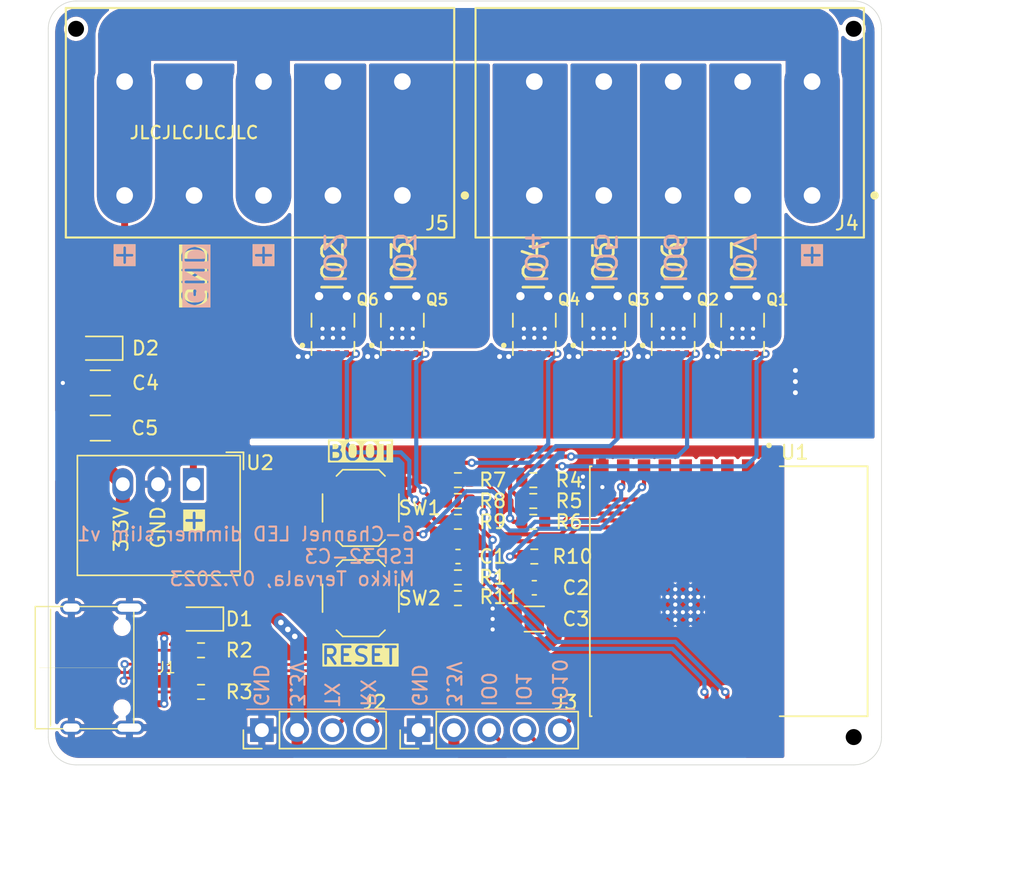
<source format=kicad_pcb>
(kicad_pcb (version 20221018) (generator pcbnew)
  (layers (0 "F.Cu" signal) (31 "B.Cu" signal) (34 "B.Paste" user) (35 "F.Paste" user) (36 "B.SilkS" user "B.Silkscreen") (37 "F.SilkS" user "F.Silkscreen") (38 "B.Mask" user) (39 "F.Mask" user) (44 "Edge.Cuts" user))
  (net 0 "")
  (net 1 "GND")
  (net 2 "+12C")
  (net 3 "+3V3")
  (net 4 "GPIO3")
  (net 5 "GPIO2")
  (net 6 "GPIO1")
  (net 7 "+12V")
  (net 8 "MOS1")
  (net 9 "MOS2")
  (net 10 "MOS3")
  (net 11 "MOS4")
  (net 12 "MOS5")
  (net 13 "MOS6")
  (net 14 "RX")
  (net 15 "TX")
  (net 16 "USB_D+")
  (net 17 "USB_D-")
  (net 18 "Net-(Q1-G)")
  (net 19 "Net-(Q2-G)")
  (net 20 "Net-(Q3-G)")
  (net 21 "Net-(Q4-G)")
  (net 22 "Net-(Q5-G)")
  (net 23 "Net-(Q6-G)")
  (net 24 "Net-(D1-A)")
  (net 25 "Net-(J1-CC1)")
  (net 27 "Net-(J1-CC2)")
  (net 29 "/CH1")
  (net 30 "/CH6")
  (net 31 "/CH5")
  (net 32 "/CH4")
  (net 33 "/CH3")
  (net 34 "/CH2")
  (net 35 "Net-(U1-IO8)")
  (net 36 "/ENABLE")
  (net 37 "/BOOT")
  (footprint "Capacitor_SMD:C_0603_1608Metric" (layer "F.Cu") (at 165 122.25 180)
    (fp_text reference "C2")
    (fp_text value "C3 220nf")
  )
  (footprint "esp32-c3:MODULE_ESP32-C3-WROOM-02-H4" (layer "F.Cu") (at 179 122.5 -90)
    (fp_text reference "U1")
    (fp_text value "ESP32-C3-WROOM-02-H4")
  )
  (footprint "AON7524:JLCPCB tooling hole" (layer "F.Cu") (at 188 133)
    (fp_text reference "H3" hide)
    (fp_text value "JLCPCB tooling hole" hide)
  )
  (footprint "AON7524:TRANS_AON7403" (layer "F.Cu") (at 155.5 104 90)
    (fp_text reference "Q5")
    (fp_text value "AON7524")
  )
  (footprint "AON7524:thermal via" (layer "F.Cu") (at 167.5 105.6)
    (fp_text reference "TP7" hide)
    (fp_text value "Thermal via" hide)
  )
  (footprint "AON7524:TRANS_AON7403" (layer "F.Cu") (at 170 104 90)
    (fp_text reference "Q3")
    (fp_text value "AON7524")
  )
  (footprint "AON7524:thermal via" (layer "F.Cu") (at 178.15 105.6)
    (fp_text reference "TP12" hide)
    (fp_text value "Thermal via" hide)
  )
  (footprint "AON7524:thermal via" (layer "F.Cu") (at 153 105.6)
    (fp_text reference "TP3" hide)
    (fp_text value "Thermal via" hide)
  )
  (footprint "Capacitor_SMD:C_1206_3216Metric" (layer "F.Cu") (at 165 124.5 180)
    (fp_text reference "C3")
    (fp_text value "C4 10µf")
  )
  (footprint "AON7524:thermal via" (layer "F.Cu") (at 183.8 106.6)
    (fp_text reference "TP13" hide)
    (fp_text value "Thermal via" hide)
  )
  (footprint "Diode_SMD:D_SOD-323" (layer "F.Cu") (at 133.75 105 180)
    (fp_text reference "D2")
    (fp_text value "1N5819WS 1A 40V")
  )
  (footprint "AON7524:thermal via" (layer "F.Cu") (at 177.5 105.6)
    (fp_text reference "TP11" hide)
    (fp_text value "Thermal via" hide)
  )
  (footprint "Capacitor_SMD:C_1206_3216Metric" (layer "F.Cu") (at 133.75 107.5)
    (fp_text reference "C4")
    (fp_text value "10µf")
  )
  (footprint "Resistor_SMD:R_0603_1608Metric" (layer "F.Cu") (at 159.5 117.5 180)
    (fp_text reference "R9")
    (fp_text value "100")
  )
  (footprint "AON7524:thermal via" (layer "F.Cu") (at 173.15 105.6)
    (fp_text reference "TP10" hide)
    (fp_text value "Thermal via" hide)
  )
  (footprint "AON7524:thermal via" (layer "F.Cu") (at 183.8 108.2)
    (fp_text reference "TP15" hide)
    (fp_text value "Thermal via" hide)
  )
  (footprint "usb-c:TYPE-C-31-M-12" (layer "F.Cu") (at 131.6625 128 -90)
    (fp_text reference "J1")
    (fp_text value "USB_C_Receptacle_USB2.0")
  )
  (footprint "Wago-2604:CONN_2604-1105_WAG" (layer "F.Cu") (at 155.5 94 180)
    (fp_text reference "J5")
    (fp_text value "Conn_01x05")
  )
  (footprint "Resistor_SMD:R_0603_1608Metric" (layer "F.Cu") (at 159.5 123 180)
    (fp_text reference "R11")
    (fp_text value "10k")
  )
  (footprint "AON7524:thermal via" (layer "F.Cu") (at 163.15 105.6)
    (fp_text reference "TP6" hide)
    (fp_text value "Thermal via" hide)
  )
  (footprint "AON7524:TRANS_AON7403" (layer "F.Cu") (at 180 104 90)
    (fp_text reference "Q1")
    (fp_text value "AON7524")
  )
  (footprint "XKB_button:SW_Push_1P1T_XKB_TS-1187A" (layer "F.Cu") (at 152.5 116.5 180)
    (fp_text reference "SW1")
    (fp_text value "BOOT")
  )
  (footprint "Resistor_SMD:R_0603_1608Metric" (layer "F.Cu") (at 164.925 117.5 180)
    (fp_text reference "R6")
    (fp_text value "100")
  )
  (footprint "Diode_SMD:D_SOD-323" (layer "F.Cu") (at 141 124.5 180)
    (fp_text reference "D1")
    (fp_text value "1N5819WS 1A 40V")
  )
  (footprint "Connector_PinHeader_2.54mm:PinHeader_1x04_P2.54mm_Vertical" (layer "F.Cu") (at 145.38 132.5 90)
    (fp_text reference "J2")
    (fp_text value "Conn_01x06")
  )
  (footprint "AON7524:JLCPCB tooling hole" (layer "F.Cu") (at 132 82)
    (fp_text reference "H1" hide)
    (fp_text value "JLCPCB tooling hole" hide)
  )
  (footprint "Resistor_SMD:R_0603_1608Metric" (layer "F.Cu") (at 159.5 121.5)
    (fp_text reference "R1")
    (fp_text value "10k")
  )
  (footprint "Connector_PinHeader_2.54mm:PinHeader_1x05_P2.54mm_Vertical" (layer "F.Cu") (at 156.67 132.5 90)
    (fp_text reference "J3")
    (fp_text value "Conn_01x05")
  )
  (footprint "Resistor_SMD:R_0603_1608Metric" (layer "F.Cu") (at 164.925 116 180)
    (fp_text reference "R5")
    (fp_text value "100")
  )
  (footprint "AON7524:thermal via" (layer "F.Cu") (at 162.5 105.6)
    (fp_text reference "TP5" hide)
    (fp_text value "Thermal via" hide)
  )
  (footprint "Capacitor_SMD:C_1206_3216Metric" (layer "F.Cu") (at 133.75 110.75 180)
    (fp_text reference "C5")
    (fp_text value "10µf")
  )
  (footprint "Resistor_SMD:R_0603_1608Metric" (layer "F.Cu") (at 159.5 116 180)
    (fp_text reference "R8")
    (fp_text value "100")
  )
  (footprint "Capacitor_SMD:C_0603_1608Metric" (layer "F.Cu") (at 159.5 120)
    (fp_text reference "C1")
    (fp_text value "1µF")
  )
  (footprint "Wago-2604:CONN_2604-1105_WAG" (layer "F.Cu") (at 185.000001 94 180)
    (fp_text reference "J4")
    (fp_text value "Conn_01x05")
  )
  (footprint "AON7524:JLCPCB tooling hole" (layer "F.Cu") (at 188 82)
    (fp_text reference "H2" hide)
    (fp_text value "JLCPCB tooling hole" hide)
  )
  (footprint "AON7524:TRANS_AON7403" (layer "F.Cu") (at 150.5 104 90)
    (fp_text reference "Q6")
    (fp_text value "AON7524")
  )
  (footprint "Resistor_SMD:R_0603_1608Metric" (layer "F.Cu") (at 165 120)
    (fp_text reference "R10")
    (fp_text value "10k")
  )
  (footprint "AON7524:thermal via" (layer "F.Cu") (at 153.65 105.6)
    (fp_text reference "TP4" hide)
    (fp_text value "Thermal via" hide)
  )
  (footprint "AON7524:thermal via" (layer "F.Cu") (at 183.8 107.4)
    (fp_text reference "TP14" hide)
    (fp_text value "Thermal via" hide)
  )
  (footprint "AON7524:thermal via" (layer "F.Cu") (at 172.5 105.6)
    (fp_text reference "TP9" hide)
    (fp_text value "Thermal via" hide)
  )
  (footprint "Converter_DCDC:Converter_DCDC_RECOM_R-78E-0.5_THT" (layer "F.Cu") (at 140.447 114.7925 180)
    (fp_text reference "U2")
    (fp_text value "R-78E3.3-0.5")
  )
  (footprint "AON7524:thermal via" (layer "F.Cu") (at 148.65 105.6)
    (fp_text reference "TP1" hide)
    (fp_text value "Thermal via" hide)
  )
  (footprint "AON7524:thermal via" (layer "F.Cu") (at 168.15 105.6)
    (fp_text reference "TP8" hide)
    (fp_text value "Thermal via" hide)
  )
  (footprint "XKB_button:SW_Push_1P1T_XKB_TS-1187A" (layer "F.Cu") (at 152.5 123 180)
    (fp_text reference "SW2")
    (fp_text value "RESET")
  )
  (footprint "Resistor_SMD:R_0603_1608Metric" (layer "F.Cu") (at 141 129.75 180)
    (fp_text reference "R3")
    (fp_text value "5.1k")
  )
  (footprint "AON7524:TRANS_AON7403" (layer "F.Cu") (at 165 104 90)
    (fp_text reference "Q4")
    (fp_text value "AON7524")
  )
  (footprint "Resistor_SMD:R_0603_1608Metric" (layer "F.Cu") (at 141 126.75)
    (fp_text reference "R2")
    (fp_text value "5.1k")
  )
  (footprint "AON7524:thermal via" (layer "F.Cu") (at 148 105.6)
    (fp_text reference "TP2" hide)
    (fp_text value "Thermal via" hide)
  )
  (footprint "Resistor_SMD:R_0603_1608Metric" (layer "F.Cu") (at 164.925 114.5 180)
    (fp_text reference "R4")
    (fp_text value "100")
  )
  (footprint "Resistor_SMD:R_0603_1608Metric" (layer "F.Cu") (at 159.5 114.5 180)
    (fp_text reference "R7")
    (fp_text value "100")
  )
  (footprint "AON7524:TRANS_AON7403" (layer "F.Cu") (at 175 104 90)
    (fp_text reference "Q2")
    (fp_text value "AON7524")
  )
  (gr_line (start 144.3 131) (end 167.9 131) (stroke (width 0.12)) (layer "B.SilkS"))
  (gr_line (start 130 133) (end 130 82) (stroke (width 0.05)) (layer "Edge.Cuts"))
  (gr_arc (start 188 80) (mid 189.414214 80.585786) (end 190 82) (stroke (width 0.05)) (layer "Edge.Cuts"))
  (gr_line (start 190 82) (end 190 133) (stroke (width 0.05)) (layer "Edge.Cuts"))
  (gr_arc (start 132 135) (mid 130.585786 134.414213) (end 130 132.999999) (stroke (width 0.05)) (layer "Edge.Cuts"))
  (gr_arc (start 130 82) (mid 130.585786 80.585786) (end 132 80) (stroke (width 0.05)) (layer "Edge.Cuts"))
  (gr_line (start 188 135) (end 132 135) (stroke (width 0.05)) (layer "Edge.Cuts"))
  (gr_line (start 132 80) (end 188 80) (stroke (width 0.05)) (layer "Edge.Cuts"))
  (gr_arc (start 190 133) (mid 189.414214 134.414214) (end 188 135) (stroke (width 0.05)) (layer "Edge.Cuts"))
  (gr_text "6-Channel LED dimmer slim v1\nESP32-C3\nMikko Tervala, 07.2023" (at 156.5 120) (layer "B.SilkS") (effects (font (size 1 1)) (justify left mirror)))
  (gr_text "IO0" (at 161.7 130.9 -90) (layer "B.SilkS") (effects (font (size 1 1)) (justify left mirror)))
  (gr_text "+" (at 185.1 98.3 -90) (layer "B.SilkS" knockout) (effects (font (size 1.4 1.4) (thickness 0.2)) (justify mirror)))
  (gr_text "+" (at 135.6 98.3 -90) (layer "B.SilkS" knockout) (effects (font (size 1.4 1.4) (thickness 0.2)) (justify mirror)))
  (gr_text "GND" (at 140.6 99.8 -90) (layer "B.SilkS" knockout) (effects (font (size 1.5 1.5) (thickness 0.2)) (justify mirror)))
  (gr_text "RX" (at 153 130.9 -90) (layer "B.SilkS") (effects (font (size 1 1)) (justify left mirror)))
  (gr_text "3.3V" (at 159.2 130.9 -90) (layer "B.SilkS") (effects (font (size 1 1)) (justify left mirror)))
  (gr_text "IO6" (at 175.1 98.5 -90) (layer "B.SilkS") (effects (font (size 1.5 1.5) (thickness 0.2)) (justify mirror)))
  (gr_text "GND" (at 145.3 130.9 -90) (layer "B.SilkS") (effects (font (size 1 1)) (justify left mirror)))
  (gr_text "IO5" (at 170.1 98.5 -90) (layer "B.SilkS") (effects (font (size 1.5 1.5) (thickness 0.2)) (justify mirror)))
  (gr_text "IO2" (at 150.6 98.5 -90) (layer "B.SilkS") (effects (font (size 1.5 1.5) (thickness 0.2)) (justify mirror)))
  (gr_text "+" (at 145.6 98.3 -90) (layer "B.SilkS" knockout) (effects (font (size 1.4 1.4) (thickness 0.2)) (justify mirror)))
  (gr_text "IO1" (at 164.2 130.9 270) (layer "B.SilkS") (effects (font (size 1 1)) (justify left mirror)))
  (gr_text "GND" (at 156.7 130.9 -90) (layer "B.SilkS") (effects (font (size 1 1)) (justify left mirror)))
  (gr_text "IO7" (at 180.1 98.5 -90) (layer "B.SilkS") (effects (font (size 1.5 1.5) (thickness 0.2)) (justify mirror)))
  (gr_text "3.3V" (at 147.9 130.9 -90) (layer "B.SilkS") (effects (font (size 1 1)) (justify left mirror)))
  (gr_text "IO3" (at 155.6 98.5 -90) (layer "B.SilkS") (effects (font (size 1.5 1.5) (thickness 0.2)) (justify mirror)))
  (gr_text "TX" (at 150.4 130.9 -90) (layer "B.SilkS") (effects (font (size 1 1)) (justify left mirror)))
  (gr_text "IO4" (at 165.1 98.5 -90) (layer "B.SilkS") (effects (font (size 1.5 1.5) (thickness 0.2)) (justify mirror)))
  (gr_text "IO10" (at 166.8 130.9 270) (layer "B.SilkS") (effects (font (size 1 1)) (justify left mirror)))
  (gr_text "+" (at 184.9 98.3 90) (layer "F.SilkS" knockout) (effects (font (size 1.4 1.4) (thickness 0.2))))
  (gr_text "+" (at 140.4 117.4 90) (layer "F.SilkS" knockout) (effects (font (size 1.4 1.4) (thickness 0.2))))
  (gr_text "RESET" (at 152.4 127.85) (layer "F.SilkS" knockout) (effects (font (size 1.2 1.2) (thickness 0.2) bold) (justify bottom)))
  (gr_text "IO3" (at 155.5 99.1 90) (layer "F.SilkS") (effects (font (size 1.5 1.5) (thickness 0.2))))
  (gr_text "IO6" (at 175 99.1 90) (layer "F.SilkS") (effects (font (size 1.5 1.5) (thickness 0.2))))
  (gr_text "IO7" (at 180 99.1 90) (layer "F.SilkS") (effects (font (size 1.5 1.5) (thickness 0.2))))
  (gr_text "IO5" (at 170 99.1 90) (layer "F.SilkS") (effects (font (size 1.5 1.5) (thickness 0.2))))
  (gr_text "IO4" (at 165 99.1 90) (layer "F.SilkS") (effects (font (size 1.5 1.5) (thickness 0.2))))
  (gr_text "IO2" (at 150.5 99.1 90) (layer "F.SilkS") (effects (font (size 1.5 1.5) (thickness 0.2))))
  (gr_text "GND" (at 140.5 99.8 90) (layer "F.SilkS" knockout) (effects (font (size 1.5 1.5) (thickness 0.2))))
  (gr_text "GND" (at 137.9 117.9 90) (layer "F.SilkS") (effects (font (size 1 1))))
  (gr_text "+" (at 135.4 98.3 90) (layer "F.SilkS" knockout) (effects (font (size 1.4 1.4) (thickness 0.2))))
  (gr_text "3.3V" (at 135.25 118.05 90) (layer "F.SilkS") (effects (font (size 1 1))))
  (gr_text "+" (at 145.4 98.3 90) (layer "F.SilkS" knockout) (effects (font (size 1.4 1.4) (thickness 0.2))))
  (gr_text "BOOT" (at 152.4 112.45) (layer "F.SilkS" knockout) (effects (font (size 1.2 1.2) (thickness 0.2) bold)))
  (gr_text "JLCJLCJLCJLC" (at 140.5 90) (layer "F.SilkS") (effects (font (size 0.9 0.9)) (justify bottom)))
  (via (at 168.5 115) (size 0.6) (drill 0.3) (layers "F.Cu" "B.Cu") (net 1))
  (via (at 168.5 114.25) (size 0.6) (drill 0.3) (layers "F.Cu" "B.Cu") (net 1))
  (via (at 162 123.750497) (size 0.6) (drill 0.3) (layers "F.Cu" "B.Cu") (net 1))
  (via (at 162 124.5) (size 0.6) (drill 0.3) (layers "F.Cu" "B.Cu") (net 1))
  (via (at 169.9 115) (size 0.6) (drill 0.3) (layers "F.Cu" "B.Cu") (net 1))
  (via (at 131.05 107.5) (size 0.6) (drill 0.3) (layers "F.Cu" "B.Cu") (net 1))
  (via (at 162 125.25) (size 0.6) (drill 0.3) (layers "F.Cu" "B.Cu") (net 1))
  (segment (start 131.8 109.1) (end 134.9 109.1) (width 0.5) (layer "F.Cu") (net 2))
  (segment (start 142.05 124.5) (end 142.05 122.15) (width 0.5) (layer "F.Cu") (net 2))
  (segment (start 135.2 105.4) (end 135.2 107.475) (width 0.5) (layer "F.Cu") (net 2))
  (segment (start 135.2 107.475) (end 135.225 107.5) (width 0.5) (layer "F.Cu") (net 2))
  (segment (start 131.1 114.243502) (end 131.1 109.8) (width 0.5) (layer "F.Cu") (net 2))
  (segment (start 134.9 109.1) (end 135.225 108.775) (width 0.5) (layer "F.Cu") (net 2))
  (segment (start 141.35 121.45) (end 138.306498 121.45) (width 0.5) (layer "F.Cu") (net 2))
  (segment (start 135.225 107.5) (end 136.6 107.5) (width 0.5) (layer "F.Cu") (net 2))
  (segment (start 136.6 107.5) (end 140.447 111.347) (width 0.5) (layer "F.Cu") (net 2))
  (segment (start 138.306498 121.45) (end 131.1 114.243502) (width 0.5) (layer "F.Cu") (net 2))
  (segment (start 142.05 122.15) (end 141.35 121.45) (width 0.5) (layer "F.Cu") (net 2))
  (segment (start 134.8 105) (end 135.2 105.4) (width 0.5) (layer "F.Cu") (net 2))
  (segment (start 140.447 111.347) (end 140.447 114.7925) (width 0.5) (layer "F.Cu") (net 2))
  (segment (start 131.1 109.8) (end 131.8 109.1) (width 0.5) (layer "F.Cu") (net 2))
  (segment (start 135.225 108.775) (end 135.225 107.5) (width 0.5) (layer "F.Cu") (net 2))
  (segment (start 147.92 133.67) (end 148.25 134) (width 0.8) (layer "F.Cu") (net 3))
  (segment (start 161.1 123.159973) (end 163.259973 121) (width 0.3) (layer "F.Cu") (net 3))
  (segment (start 146.75 124.75) (end 147.25 125.25) (width 1) (layer "F.Cu") (net 3))
  (segment (start 147.25 125.25) (end 148.3 126.3) (width 1) (layer "F.Cu") (net 3))
  (segment (start 148.25 134) (end 158.912081 134) (width 0.8) (layer "F.Cu") (net 3))
  (segment (start 169.25 122.25) (end 168 122.25) (width 1) (layer "F.Cu") (net 3))
  (segment (start 168 122.25) (end 166.5 122.25) (width 1) (layer "F.Cu") (net 3))
  (segment (start 165.825 121) (end 165.825 122.2) (width 0.3) (layer "F.Cu") (net 3))
  (segment (start 148.3 126.3) (end 165.95 126.3) (width 1) (layer "F.Cu") (net 3))
  (segment (start 165.95 126.3) (end 166.475 125.775) (width 1) (layer "F.Cu") (net 3))
  (segment (start 135.367 117.167) (end 135.367 114.7925) (width 1) (layer "F.Cu") (net 3))
  (segment (start 161.1 123.5) (end 161.1 123.159973) (width 0.3) (layer "F.Cu") (net 3))
  (segment (start 165.825 120) (end 165.825 121) (width 0.3) (layer "F.Cu") (net 3))
  (segment (start 163.259973 121) (end 165.825 121) (width 0.3) (layer "F.Cu") (net 3))
  (segment (start 158.675 123) (end 159.5 123.825) (width 0.3) (layer "F.Cu") (net 3))
  (segment (start 159.5 123.825) (end 160.775 123.825) (width 0.3) (layer "F.Cu") (net 3))
  (segment (start 176.593503 120.15) (end 171.35 120.15) (width 1) (layer "F.Cu") (net 3))
  (segment (start 166.5 122.25) (end 165.775 122.25) (width 1) (layer "F.Cu") (net 3))
  (segment (start 171.35 120.15) (end 169.25 122.25) (width 1) (layer "F.Cu") (net 3))
  (segment (start 147.92 132.5) (end 147.92 133.67) (width 0.8) (layer "F.Cu") (net 3))
  (segment (start 142.5 120.5) (end 146.75 124.75) (width 1) (layer "F.Cu") (net 3))
  (segment (start 132.275 111.7005) (end 135.367 114.7925) (width 1) (layer "F.Cu") (net 3))
  (segment (start 138.7 120.5) (end 142.5 120.5) (width 1) (layer "F.Cu") (net 3))
  (segment (start 165.825 122.2) (end 165.775 122.25) (width 0.3) (layer "F.Cu") (net 3))
  (segment (start 159.21 133.702081) (end 159.21 132.5) (width 0.8) (layer "F.Cu") (net 3))
  (segment (start 166.475 125.775) (end 166.475 124.5) (width 1) (layer "F.Cu") (net 3))
  (segment (start 166.5 124.475) (end 166.475 124.5) (width 1) (layer "F.Cu") (net 3))
  (segment (start 160.775 123.825) (end 161.1 123.5) (width 0.3) (layer "F.Cu") (net 3))
  (segment (start 135.367 117.167) (end 138.7 120.5) (width 1) (layer "F.Cu") (net 3))
  (segment (start 181.9 113.75) (end 181.9 114.843503) (width 1) (layer "F.Cu") (net 3))
  (segment (start 158.912081 134) (end 159.21 133.702081) (width 0.8) (layer "F.Cu") (net 3))
  (segment (start 158.675 121.5) (end 158.675 123) (width 0.3) (layer "F.Cu") (net 3))
  (segment (start 132.275 110.75) (end 132.275 111.7005) (width 1) (layer "F.Cu") (net 3))
  (segment (start 181.9 114.843503) (end 176.593503 120.15) (width 1) (layer "F.Cu") (net 3))
  (segment (start 166.5 122.25) (end 166.5 124.475) (width 1) (layer "F.Cu") (net 3))
  (via (at 147.75 125.75) (size 0.7) (drill 0.4) (layers "F.Cu" "B.Cu") (net 3))
  (via (at 147.25 125.25) (size 0.7) (drill 0.4) (layers "F.Cu" "B.Cu") (net 3))
  (via (at 146.75 124.75) (size 0.7) (drill 0.4) (layers "F.Cu" "B.Cu") (net 3))
  (segment (start 147.75 125.75) (end 147.25 125.25) (width 1) (layer "B.Cu") (net 3))
  (segment (start 147.92 125.92) (end 147.75 125.75) (width 1) (layer "B.Cu") (net 3))
  (segment (start 147.92 132.5) (end 147.92 125.92) (width 1) (layer "B.Cu") (net 3))
  (segment (start 146.75 124.75) (end 147.25 125.25) (width 1) (layer "B.Cu") (net 3))
  (segment (start 169.9 131.25) (end 168.08 131.25) (width 0.3) (layer "F.Cu") (net 4))
  (segment (start 168.08 131.25) (end 166.83 132.5) (width 0.3) (layer "F.Cu") (net 4))
  (segment (start 180.4 132.35) (end 179.05 133.7) (width 0.3) (layer "F.Cu") (net 5))
  (segment (start 165.49 133.7) (end 164.29 132.5) (width 0.3) (layer "F.Cu") (net 5))
  (segment (start 179.05 133.7) (end 165.49 133.7) (width 0.3) (layer "F.Cu") (net 5))
  (segment (start 180.4 131.25) (end 180.4 132.35) (width 0.3) (layer "F.Cu") (net 5))
  (segment (start 179.75 134.25) (end 181.9 132.1) (width 0.3) (layer "F.Cu") (net 6))
  (segment (start 161.75 132.5) (end 163.5 134.25) (width 0.3) (layer "F.Cu") (net 6))
  (segment (start 163.5 134.25) (end 179.75 134.25) (width 0.3) (layer "F.Cu") (net 6))
  (segment (start 181.9 132.1) (end 181.9 131.25) (width 0.3) (layer "F.Cu") (net 6))
  (segment (start 185.000001 85.800001) (end 185.000001 82.399999) (width 3.8) (layer "F.Cu") (net 7))
  (segment (start 132.7 104.15) (end 135.499999 101.350001) (width 0.5) (layer "F.Cu") (net 7))
  (segment (start 135.499999 94) (end 135.499999 85.800001) (width 4) (layer "F.Cu") (net 7))
  (segment (start 185.000001 94) (end 185.000001 85.800001) (width 4) (layer "F.Cu") (net 7))
  (segment (start 185.000001 82.399999) (end 145.5 82.4) (width 3.8) (layer "F.Cu") (net 7))
  (segment (start 135.499999 82.500001) (end 135.499999 85.800001) (width 3.8) (layer "F.Cu") (net 7))
  (segment (start 145.5 82.4) (end 135.6 82.4) (width 3.8) (layer "F.Cu") (net 7))
  (segment (start 132.7 105) (end 132.7 104.15) (width 0.5) (layer "F.Cu") (net 7))
  (segment (start 135.499999 101.350001) (end 135.499999 94) (width 0.5) (layer "F.Cu") (net 7))
  (segment (start 145.5 85.800001) (end 145.5 82.4) (width 3.8) (layer "F.Cu") (net 7))
  (segment (start 145.5 94) (end 145.5 85.800001) (width 4) (layer "F.Cu") (net 7))
  (segment (start 135.6 82.4) (end 135.499999 82.500001) (width 3.8) (layer "F.Cu") (net 7))
  (segment (start 135.499999 93.999999) (end 135.499999 85.8) (width 4) (layer "B.Cu") (net 7))
  (segment (start 135.499999 82.5) (end 135.499999 85.8) (width 3.8) (layer "B.Cu") (net 7))
  (segment (start 185.000001 82.399998) (end 145.5 82.399999) (width 3.8) (layer "B.Cu") (net 7))
  (segment (start 185.000001 93.999999) (end 185.000001 85.8) (width 4) (layer "B.Cu") (net 7))
  (segment (start 145.5 93.999999) (end 145.5 85.8) (width 4) (layer "B.Cu") (net 7))
  (segment (start 145.5 82.399999) (end 135.6 82.399999) (width 3.8) (layer "B.Cu") (net 7))
  (segment (start 185.000001 85.8) (end 185.000001 82.399998) (width 3.8) (layer "B.Cu") (net 7))
  (segment (start 135.6 82.399999) (end 135.499999 82.5) (width 3.8) (layer "B.Cu") (net 7))
  (segment (start 145.5 85.8) (end 145.5 82.399999) (width 3.8) (layer "B.Cu") (net 7))
  (segment (start 178.9 131.25) (end 178.9 129.9) (width 0.3) (layer "F.Cu") (net 8))
  (segment (start 178.9 129.9) (end 178.75 129.75) (width 0.3) (layer "F.Cu") (net 8))
  (segment (start 162 118.8) (end 160.7 117.5) (width 0.3) (layer "F.Cu") (net 8))
  (segment (start 160.325 123) (end 160.340734 123) (width 0.3) (layer "F.Cu") (net 8))
  (segment (start 160.340734 123) (end 162 121.340734) (width 0.3) (layer "F.Cu") (net 8))
  (segment (start 160.7 117.5) (end 160.325 117.5) (width 0.3) (layer "F.Cu") (net 8))
  (via (at 178.75 129.75) (size 0.6) (drill 0.3) (layers "F.Cu" "B.Cu") (net 8))
  (via (at 162 118.8) (size 0.6) (drill 0.3) (layers "F.Cu" "B.Cu") (net 8))
  (via (at 162 121.340734) (size 0.6) (drill 0.3) (layers "F.Cu" "B.Cu") (net 8))
  (segment (start 161.8505 118.9495) (end 161.8505 121.443394) (width 0.3) (layer "B.Cu") (net 8))
  (segment (start 162 121.340734) (end 161.95316 121.340734) (width 0.3) (layer "B.Cu") (net 8))
  (segment (start 161.95316 121.340734) (end 161.8505 121.443394) (width 0.3) (layer "B.Cu") (net 8))
  (segment (start 161.8505 121.443394) (end 166.557106 126.15) (width 0.3) (layer "B.Cu") (net 8))
  (segment (start 166.557106 126.15) (end 175.15 126.15) (width 0.3) (layer "B.Cu") (net 8))
  (segment (start 162 118.8) (end 161.8505 118.9495) (width 0.3) (layer "B.Cu") (net 8))
  (segment (start 175.15 126.15) (end 178.75 129.75) (width 0.3) (layer "B.Cu") (net 8))
  (segment (start 177.4 129.9) (end 177.25 129.75) (width 0.3) (layer "F.Cu") (net 9))
  (segment (start 177.4 131.25) (end 177.4 129.9) (width 0.3) (layer "F.Cu") (net 9))
  (segment (start 161.3505 116.4005) (end 160.95 116) (width 0.3) (layer "F.Cu") (net 9))
  (segment (start 160.95 116) (end 160.325 116) (width 0.3) (layer "F.Cu") (net 9))
  (segment (start 161.3505 116.8) (end 161.3505 116.4005) (width 0.3) (layer "F.Cu") (net 9))
  (via (at 177.25 129.75) (size 0.6) (drill 0.3) (layers "F.Cu" "B.Cu") (net 9))
  (via (at 161.3505 116.8) (size 0.6) (drill 0.3) (layers "F.Cu" "B.Cu") (net 9))
  (segment (start 174.942894 126.65) (end 177.25 128.957106) (width 0.3) (layer "B.Cu") (net 9))
  (segment (start 161.3505 116.8) (end 161.3505 121.6505) (width 0.3) (layer "B.Cu") (net 9))
  (segment (start 177.25 128.957106) (end 177.25 129.75) (width 0.3) (layer "B.Cu") (net 9))
  (segment (start 161.3505 121.6505) (end 166.35 126.65) (width 0.3) (layer "B.Cu") (net 9))
  (segment (start 166.35 126.65) (end 174.942894 126.65) (width 0.3) (layer "B.Cu") (net 9))
  (segment (start 167.907106 117.4) (end 166.907106 118.4) (width 0.3) (layer "F.Cu") (net 10))
  (segment (start 161.3 114.5) (end 160.325 114.5) (width 0.3) (layer "F.Cu") (net 10))
  (segment (start 162.8 118.4) (end 162.3 117.9) (width 0.3) (layer "F.Cu") (net 10))
  (segment (start 178.9 114.8) (end 176.3 117.4) (width 0.3) (layer "F.Cu") (net 10))
  (segment (start 178.9 113.75) (end 178.9 114.8) (width 0.3) (layer "F.Cu") (net 10))
  (segment (start 176.3 117.4) (end 167.907106 117.4) (width 0.3) (layer "F.Cu") (net 10))
  (segment (start 162.3 117.9) (end 162.3 115.5) (width 0.3) (layer "F.Cu") (net 10))
  (segment (start 166.907106 118.4) (end 162.8 118.4) (width 0.3) (layer "F.Cu") (net 10))
  (segment (start 162.3 115.5) (end 161.3 114.5) (width 0.3) (layer "F.Cu") (net 10))
  (segment (start 167.1 117.5) (end 165.75 117.5) (width 0.3) (layer "F.Cu") (net 11))
  (segment (start 175.3 116.9) (end 167.7 116.9) (width 0.3) (layer "F.Cu") (net 11))
  (segment (start 167.7 116.9) (end 167.1 117.5) (width 0.3) (layer "F.Cu") (net 11))
  (segment (start 177.4 114.8) (end 175.3 116.9) (width 0.3) (layer "F.Cu") (net 11))
  (segment (start 177.4 113.75) (end 177.4 114.8) (width 0.3) (layer "F.Cu") (net 11))
  (segment (start 175.9 113.75) (end 175.9 114.8) (width 0.3) (layer "F.Cu") (net 12))
  (segment (start 175.9 114.8) (end 174.3 116.4) (width 0.3) (layer "F.Cu") (net 12))
  (segment (start 174.3 116.4) (end 167.7 116.4) (width 0.3) (layer "F.Cu") (net 12))
  (segment (start 167.3 116) (end 165.75 116) (width 0.3) (layer "F.Cu") (net 12))
  (segment (start 167.7 116.4) (end 167.3 116) (width 0.3) (layer "F.Cu") (net 12))
  (segment (start 167.907106 115.9) (end 166.507106 114.5) (width 0.3) (layer "F.Cu") (net 13))
  (segment (start 166.507106 114.5) (end 165.75 114.5) (width 0.3) (layer "F.Cu") (net 13))
  (segment (start 174.4 113.75) (end 174.4 114.8) (width 0.3) (layer "F.Cu") (net 13))
  (segment (start 174.4 114.8) (end 173.3 115.9) (width 0.3) (layer "F.Cu") (net 13))
  (segment (start 173.3 115.9) (end 167.907106 115.9) (width 0.3) (layer "F.Cu") (net 13))
  (segment (start 171.15 130.15) (end 171.4 130.4) (width 0.3) (layer "F.Cu") (net 14))
  (segment (start 155.35 130.15) (end 171.15 130.15) (width 0.3) (layer "F.Cu") (net 14))
  (segment (start 171.4 130.4) (end 171.4 131.25) (width 0.3) (layer "F.Cu") (net 14))
  (segment (start 153 132.5) (end 155.35 130.15) (width 0.3) (layer "F.Cu") (net 14))
  (segment (start 153.31 129.65) (end 172.4 129.65) (width 0.3) (layer "F.Cu") (net 15))
  (segment (start 150.46 132.5) (end 153.31 129.65) (width 0.3) (layer "F.Cu") (net 15))
  (segment (start 172.4 129.65) (end 172.9 130.15) (width 0.3) (layer "F.Cu") (net 15))
  (segment (start 172.9 130.15) (end 172.9 131.25) (width 0.3) (layer "F.Cu") (net 15))
  (segment (start 175.375 129.5568) (end 175.375 130.425) (width 0.2) (layer "F.Cu") (net 16))
  (segment (start 173.5932 127.775) (end 175.375 129.5568) (width 0.2) (layer "F.Cu") (net 16))
  (segment (start 136.7625 127.75) (end 137.850001 127.75) (width 0.2) (layer "F.Cu") (net 16))
  (segment (start 136.7625 127.75) (end 135.5 127.75) (width 0.2) (layer "F.Cu") (net 16))
  (segment (start 135.422184 128.9495) (end 135.621684 128.75) (width 0.2) (layer "F.Cu") (net 16))
  (segment (start 175.9 130.95) (end 175.9 131.25) (width 0.2) (layer "F.Cu") (net 16))
  (segment (start 137.850001 127.75) (end 137.875001 127.775) (width 0.2) (layer "F.Cu") (net 16))
  (segment (start 137.875001 127.775) (end 173.5932 127.775) (width 0.2) (layer "F.Cu") (net 16))
  (segment (start 135.621684 128.75) (end 136.7625 128.75) (width 0.2) (layer "F.Cu") (net 16))
  (segment (start 175.375 130.425) (end 175.9 130.95) (width 0.2) (layer "F.Cu") (net 16))
  (via (at 135.5 127.75) (size 0.6) (drill 0.3) (layers "F.Cu" "B.Cu") (net 16))
  (via (at 135.422184 128.9495) (size 0.6) (drill 0.3) (layers "F.Cu" "B.Cu") (net 16))
  (segment (start 135.5 128.871684) (end 135.5 127.75) (width 0.2) (layer "B.Cu") (net 16))
  (segment (start 135.422184 128.9495) (end 135.5 128.871684) (width 0.2) (layer "B.Cu") (net 16))
  (segment (start 134.9 127.501471) (end 135.251471 127.15) (width 0.2) (layer "F.Cu") (net 17))
  (segment (start 137.875001 128.225) (end 173.4068 128.225) (width 0.2) (layer "F.Cu") (net 17))
  (segment (start 136.7625 128.25) (end 137.850001 128.25) (width 0.2) (layer "F.Cu") (net 17))
  (segment (start 135.748529 127.15) (end 135.848529 127.25) (width 0.2) (layer "F.Cu") (net 17))
  (segment (start 135.251471 128.35) (end 134.9 127.998529) (width 0.2) (layer "F.Cu") (net 17))
  (segment (start 173.4068 128.225) (end 174.925 129.7432) (width 0.2) (layer "F.Cu") (net 17))
  (segment (start 135.85 128.25) (end 135.75 128.35) (width 0.2) (layer "F.Cu") (net 17))
  (segment (start 174.925 130.425) (end 174.4 130.95) (width 0.2) (layer "F.Cu") (net 17))
  (segment (start 135.75 128.35) (end 135.251471 128.35) (width 0.2) (layer "F.Cu") (net 17))
  (segment (start 137.850001 128.25) (end 137.875001 128.225) (width 0.2) (layer "F.Cu") (net 17))
  (segment (start 174.4 130.95) (end 174.4 131.25) (width 0.2) (layer "F.Cu") (net 17))
  (segment (start 135.251471 127.15) (end 135.748529 127.15) (width 0.2) (layer "F.Cu") (net 17))
  (segment (start 174.925 129.7432) (end 174.925 130.425) (width 0.2) (layer "F.Cu") (net 17))
  (segment (start 135.848529 127.25) (end 136.7625 127.25) (width 0.2) (layer "F.Cu") (net 17))
  (segment (start 134.9 127.998529) (end 134.9 127.501471) (width 0.2) (layer "F.Cu") (net 17))
  (segment (start 136.7625 128.25) (end 135.85 128.25) (width 0.2) (layer "F.Cu") (net 17))
  (segment (start 181.65 105.4) (end 180.975 105.4) (width 0.3) (layer "F.Cu") (net 18))
  (segment (start 166.25 113.5) (end 167 113.5) (width 0.3) (layer "F.Cu") (net 18))
  (segment (start 164.1 113.9) (end 164.5 113.5) (width 0.3) (layer "F.Cu") (net 18))
  (segment (start 164.5 113.5) (end 166.25 113.5) (width 0.3) (layer "F.Cu") (net 18))
  (segment (start 164.1 114.5) (end 164.1 113.9) (width 0.3) (layer "F.Cu") (net 18))
  (via (at 167 113.5) (size 0.6) (drill 0.3) (layers "F.Cu" "B.Cu") (net 18))
  (via (at 181.65 105.4) (size 0.6) (drill 0.3) (layers "F.Cu" "B.Cu") (net 18))
  (segment (start 180.25 113.5) (end 181 112.75) (width 0.3) (layer "B.Cu") (net 18))
  (segment (start 181 106.05) (end 181.65 105.4) (width 0.3) (layer "B.Cu") (net 18))
  (segment (start 167 113.5) (end 180.25 113.5) (width 0.3) (layer "B.Cu") (net 18))
  (segment (start 181 112.75) (end 181 106.05) (width 0.3) (layer "B.Cu") (net 18))
  (segment (start 163.25 115.15) (end 164.1 116) (width 0.3) (layer "F.Cu") (net 19))
  (segment (start 163.25 113.875) (end 163.25 115.15) (width 0.3) (layer "F.Cu") (net 19))
  (segment (start 167.65 112.8) (end 164.325 112.8) (width 0.3) (layer "F.Cu") (net 19))
  (segment (start 164.325 112.8) (end 163.25 113.875) (width 0.3) (layer "F.Cu") (net 19))
  (segment (start 176.625 105.4) (end 175.975 105.4) (width 0.3) (layer "F.Cu") (net 19))
  (via (at 167.65 112.8) (size 0.6) (drill 0.3) (layers "F.Cu" "B.Cu") (net 19))
  (via (at 176.625 105.4) (size 0.6) (drill 0.3) (layers "F.Cu" "B.Cu") (net 19))
  (segment (start 167.65 112.8) (end 175.2995 112.8) (width 0.3) (layer "B.Cu") (net 19))
  (segment (start 176 106.025) (end 176.625 105.4) (width 0.3) (layer "B.Cu") (net 19))
  (segment (start 175.2995 112.8) (end 176 112.0995) (width 0.3) (layer "B.Cu") (net 19))
  (segment (start 176 112.0995) (end 176 106.025) (width 0.3) (layer "B.Cu") (net 19))
  (segment (start 164.1 117.5) (end 163.5 117.5) (width 0.3) (layer "F.Cu") (net 20))
  (segment (start 171.6 105.4) (end 170.975 105.4) (width 0.3) (layer "F.Cu") (net 20))
  (segment (start 163.5 117.5) (end 163.25 117.25) (width 0.3) (layer "F.Cu") (net 20))
  (via (at 171.6 105.4) (size 0.6) (drill 0.3) (layers "F.Cu" "B.Cu") (net 20))
  (via (at 163.25 117.25) (size 0.6) (drill 0.3) (layers "F.Cu" "B.Cu") (net 20))
  (segment (start 170.45 112.05) (end 166.55 112.05) (width 0.3) (layer "B.Cu") (net 20))
  (segment (start 166.55 112.05) (end 166.5 112.1) (width 0.3) (layer "B.Cu") (net 20))
  (segment (start 164.85 113.75) (end 163.25 115.35) (width 0.3) (layer "B.Cu") (net 20))
  (segment (start 171.6 105.4) (end 171 106) (width 0.3) (layer "B.Cu") (net 20))
  (segment (start 163.25 115.35) (end 163.25 117.25) (width 0.3) (layer "B.Cu") (net 20))
  (segment (start 171 111.5) (end 170.45 112.05) (width 0.3) (layer "B.Cu") (net 20))
  (segment (start 171 106) (end 171 111.5) (width 0.3) (layer "B.Cu") (net 20))
  (segment (start 166.5 112.107106) (end 164.857106 113.75) (width 0.3) (layer "B.Cu") (net 20))
  (segment (start 166.5 112.1) (end 166.5 112.107106) (width 0.3) (layer "B.Cu") (net 20))
  (segment (start 164.857106 113.75) (end 164.85 113.75) (width 0.3) (layer "B.Cu") (net 20))
  (segment (start 166.65 105.4) (end 165.975 105.4) (width 0.3) (layer "F.Cu") (net 21))
  (segment (start 158.675 114.5) (end 158.675 113.825) (width 0.3) (layer "F.Cu") (net 21))
  (segment (start 158.675 113.825) (end 159.25 113.25) (width 0.3) (layer "F.Cu") (net 21))
  (segment (start 159.25 113.25) (end 160.5 113.25) (width 0.3) (layer "F.Cu") (net 21))
  (via (at 160.5 113.25) (size 0.6) (drill 0.3) (layers "F.Cu" "B.Cu") (net 21))
  (via (at 166.65 105.4) (size 0.6) (drill 0.3) (layers "F.Cu" "B.Cu") (net 21))
  (segment (start 166 111.9) (end 164.65 113.25) (width 0.3) (layer "B.Cu") (net 21))
  (segment (start 166.65 105.4) (end 166 106.05) (width 0.3) (layer "B.Cu") (net 21))
  (segment (start 164.65 113.25) (end 160.5 113.25) (width 0.3) (layer "B.Cu") (net 21))
  (segment (start 166 106.05) (end 166 111.9) (width 0.3) (layer "B.Cu") (net 21))
  (segment (start 157.15 105.4) (end 156.475 105.4) (width 0.3) (layer "F.Cu") (net 22))
  (segment (start 158.675 116) (end 157.75 116) (width 0.3) (layer "F.Cu") (net 22))
  (segment (start 157.75 116) (end 157 115.25) (width 0.3) (layer "F.Cu") (net 22))
  (via (at 157 115.25) (size 0.6) (drill 0.3) (layers "F.Cu" "B.Cu") (net 22))
  (via (at 157.15 105.4) (size 0.6) (drill 0.3) (layers "F.Cu" "B.Cu") (net 22))
  (segment (start 156.5 106.05) (end 156.5 114.75) (width 0.3) (layer "B.Cu") (net 22))
  (segment (start 157.15 105.4) (end 156.5 106.05) (width 0.3) (layer "B.Cu") (net 22))
  (segment (start 156.5 114.75) (end 157 115.25) (width 0.3) (layer "B.Cu") (net 22))
  (segment (start 158 117.5) (end 158.675 117.5) (width 0.3) (layer "F.Cu") (net 23))
  (segment (start 156.4 115.9) (end 158 117.5) (width 0.3) (layer "F.Cu") (net 23))
  (segment (start 152.15 105.4) (end 151.475 105.4) (width 0.3) (layer "F.Cu") (net 23))
  (via (at 156.4 115.9) (size 0.6) (drill 0.3) (layers "F.Cu" "B.Cu") (net 23))
  (via (at 152.15 105.4) (size 0.6) (drill 0.3) (layers "F.Cu" "B.Cu") (net 23))
  (segment (start 156.4 115.9) (end 156 115.5) (width 0.3) (layer "B.Cu") (net 23))
  (segment (start 152.1 112.5) (end 151.5 111.9) (width 0.3) (layer "B.Cu") (net 23))
  (segment (start 156 113.1) (end 155.4 112.5) (width 0.3) (layer "B.Cu") (net 23))
  (segment (start 151.5 111.9) (end 151.5 106.05) (width 0.3) (layer "B.Cu") (net 23))
  (segment (start 156 115.5) (end 156 113.1) (width 0.3) (layer "B.Cu") (net 23))
  (segment (start 151.5 106.05) (end 152.15 105.4) (width 0.3) (layer "B.Cu") (net 23))
  (segment (start 155.4 112.5) (end 152.1 112.5) (width 0.3) (layer "B.Cu") (net 23))
  (segment (start 138.35 125.4) (end 139.05 125.4) (width 0.5) (layer "F.Cu") (net 24))
  (segment (start 139.05 125.4) (end 139.95 124.5) (width 0.5) (layer "F.Cu") (net 24))
  (segment (start 136.7625 125.425) (end 137.875 125.425) (width 0.3) (layer "F.Cu") (net 24))
  (segment (start 136.7625 130.575) (end 137.825 130.575) (width 0.3) (layer "F.Cu") (net 24))
  (segment (start 137.9 125.4) (end 138.35 125.4) (width 0.5) (layer "F.Cu") (net 24))
  (segment (start 137.825 130.575) (end 137.85 130.6) (width 0.3) (layer "F.Cu") (net 24))
  (segment (start 138.35 125.9) (end 138.35 125.4) (width 0.5) (layer "F.Cu") (net 24))
  (segment (start 137.875 125.425) (end 137.9 125.4) (width 0.3) (layer "F.Cu") (net 24))
  (segment (start 137.85 130.6) (end 138.35 130.6) (width 0.5) (layer "F.Cu") (net 24))
  (via (at 138.35 125.9) (size 0.6) (drill 0.3) (layers "F.Cu" "B.Cu") (net 24))
  (via (at 138.35 130.6) (size 0.6) (drill 0.3) (layers "F.Cu" "B.Cu") (net 24))
  (segment (start 138.35 130.6) (end 138.35 125.9) (width 0.5) (layer "B.Cu") (net 24))
  (segment (start 136.7625 126.75) (end 140.175 126.75) (width 0.2) (layer "F.Cu") (net 25))
  (segment (start 136.7625 129.75) (end 140.175 129.75) (width 0.2) (layer "F.Cu") (net 27))
  (via (at 151.5 101.25) (size 0.9) (drill 0.6) (layers "F.Cu" "B.Cu") (net 29))
  (via (at 149.5 101.25) (size 0.9) (drill 0.6) (layers "F.Cu" "B.Cu") (net 29))
  (via (at 181 101.25) (size 0.9) (drill 0.6) (layers "F.Cu" "B.Cu") (net 30))
  (via (at 179 101.25) (size 0.9) (drill 0.6) (layers "F.Cu" "B.Cu") (net 30))
  (via (at 176 101.25) (size 0.9) (drill 0.6) (layers "F.Cu" "B.Cu") (net 31))
  (via (at 174 101.25) (size 0.9) (drill 0.6) (layers "F.Cu" "B.Cu") (net 31))
  (via (at 169 101.25) (size 0.9) (drill 0.6) (layers "F.Cu" "B.Cu") (net 32))
  (via (at 171 101.25) (size 0.9) (drill 0.6) (layers "F.Cu" "B.Cu") (net 32))
  (via (at 166 101.25) (size 0.9) (drill 0.6) (layers "F.Cu" "B.Cu") (net 33))
  (via (at 164 101.25) (size 0.9) (drill 0.6) (layers "F.Cu" "B.Cu") (net 33))
  (via (at 154.5 101.25) (size 0.9) (drill 0.6) (layers "F.Cu" "B.Cu") (net 34))
  (via (at 156.5 101.25) (size 0.9) (drill 0.6) (layers "F.Cu" "B.Cu") (net 34))
  (segment (start 172.9 113.75) (end 172.9 114.85) (width 0.3) (layer "F.Cu") (net 35))
  (segment (start 164.175 120) (end 163.25 120) (width 0.3) (layer "F.Cu") (net 35))
  (segment (start 172.9 114.85) (end 172.75 115) (width 0.3) (layer "F.Cu") (net 35))
  (via (at 163.25 120) (size 0.6) (drill 0.3) (layers "F.Cu" "B.Cu") (net 35))
  (via (at 172.75 115) (size 0.6) (drill 0.3) (layers "F.Cu" "B.Cu") (net 35))
  (segment (start 163.25 120) (end 165.25 118) (width 0.3) (layer "B.Cu") (net 35))
  (segment (start 169.75 118) (end 172.75 115) (width 0.3) (layer "B.Cu") (net 35))
  (segment (start 165.25 118) (end 169.75 118) (width 0.3) (layer "B.Cu") (net 35))
  (segment (start 160 118.9) (end 160.275 119.175) (width 0.3) (layer "F.Cu") (net 36))
  (segment (start 161.9 119.9) (end 160.375 119.9) (width 0.3) (layer "F.Cu") (net 36))
  (segment (start 160.275 121.45) (end 160.325 121.5) (width 0.3) (layer "F.Cu") (net 36))
  (segment (start 180.4 113.75) (end 180.4 114.8) (width 0.3) (layer "F.Cu") (net 36))
  (segment (start 156.475 121.125) (end 157.1 120.5) (width 0.3) (layer "F.Cu") (net 36))
  (segment (start 157.1 120.5) (end 157.1 120) (width 0.3) (layer "F.Cu") (net 36))
  (segment (start 157.1 120) (end 158.2 118.9) (width 0.3) (layer "F.Cu") (net 36))
  (segment (start 160.275 119.175) (end 160.275 120) (width 0.3) (layer "F.Cu") (net 36))
  (segment (start 149.5 121.125) (end 155.5 121.125) (width 0.3) (layer "F.Cu") (net 36))
  (segment (start 168.114212 117.9) (end 167.114212 118.9) (width 0.3) (layer "F.Cu") (net 36))
  (segment (start 180.4 114.8) (end 177.3 117.9) (width 0.3) (layer "F.Cu") (net 36))
  (segment (start 158.2 118.9) (end 160 118.9) (width 0.3) (layer "F.Cu") (net 36))
  (segment (start 160.375 119.9) (end 160.275 120) (width 0.3) (layer "F.Cu") (net 36))
  (segment (start 162.9 118.9) (end 161.9 119.9) (width 0.3) (layer "F.Cu") (net 36))
  (segment (start 177.3 117.9) (end 168.114212 117.9) (width 0.3) (layer "F.Cu") (net 36))
  (segment (start 167.114212 118.9) (end 162.9 118.9) (width 0.3) (layer "F.Cu") (net 36))
  (segment (start 155.5 121.125) (end 156.475 121.125) (width 0.3) (layer "F.Cu") (net 36))
  (segment (start 160.275 120) (end 160.275 121.45) (width 0.3) (layer "F.Cu") (net 36))
  (segment (start 149.5 118.375) (end 155.5 118.375) (width 0.3) (layer "F.Cu") (net 37))
  (segment (start 171.4 113.75) (end 171.4 114.85) (width 0.3) (layer "F.Cu") (net 37))
  (segment (start 155.5 118.375) (end 156.975 118.375) (width 0.3) (layer "F.Cu") (net 37))
  (segment (start 171.4 114.85) (end 171.25 115) (width 0.3) (layer "F.Cu") (net 37))
  (segment (start 156.975 118.375) (end 157 118.4) (width 0.3) (layer "F.Cu") (net 37))
  (via (at 157 118.4) (size 0.6) (drill 0.3) (layers "F.Cu" "B.Cu") (net 37))
  (via (at 171.25 115) (size 0.6) (drill 0.3) (layers "F.Cu" "B.Cu") (net 37))
  (segment (start 163.206497 118.125736) (end 164.417158 118.125736) (width 0.3) (layer "B.Cu") (net 37))
  (segment (start 160.1 115.3) (end 162 115.3) (width 0.3) (layer "B.Cu") (net 37))
  (segment (start 162.6 117.519239) (end 163.206497 118.125736) (width 0.3) (layer "B.Cu") (net 37))
  (segment (start 165.042894 117.5) (end 169.542894 117.5) (width 0.3) (layer "B.Cu") (net 37))
  (segment (start 169.542894 117.5) (end 171.25 115.792894) (width 0.3) (layer "B.Cu") (net 37))
  (segment (start 171.25 115.792894) (end 171.25 115) (width 0.3) (layer "B.Cu") (net 37))
  (segment (start 162 115.3) (end 162.6 115.9) (width 0.3) (layer "B.Cu") (net 37))
  (segment (start 164.417158 118.125736) (end 165.042894 117.5) (width 0.3) (layer "B.Cu") (net 37))
  (segment (start 162.6 115.9) (end 162.6 117.519239) (width 0.3) (layer "B.Cu") (net 37))
  (segment (start 157 118.4) (end 160.1 115.3) (width 0.3) (layer "B.Cu") (net 37))
  (zone (net 31) (net_name "/CH5") (layers "F&B.Cu") (priority 3) (connect_pads yes (clearance 0.2)) (min_thickness 0.25) (fill yes (thermal_gap 0.2) (thermal_bridge_width 0.5) (smoothing fillet) (radius 1))
    (polygon (pts (xy 172.6 105) (xy 177.4 105) (xy 177.4 83) (xy 172.6 83)))
  )
  (zone (net 30) (net_name "/CH6") (layers "F&B.Cu") (priority 3) (connect_pads yes (clearance 0.2)) (min_thickness 0.25) (fill yes (thermal_gap 0.2) (thermal_bridge_width 0.5) (smoothing fillet) (radius 1))
    (polygon (pts (xy 177.6 105) (xy 182.8 105) (xy 182.8 83) (xy 177.6 83)))
  )
  (zone (net 29) (net_name "/CH1") (layers "F&B.Cu") (priority 3) (connect_pads yes (clearance 0.2)) (min_thickness 0.25) (fill yes (thermal_gap 0.2) (thermal_bridge_width 0.5) (smoothing fillet) (radius 1))
    (polygon (pts (xy 147.7 105) (xy 152.9 105) (xy 152.9 83) (xy 147.7 83)))
  )
  (zone (net 0) (net_name "") (layers "F&B.Cu") (connect_pads (clearance 0)) (min_thickness 0.254)
    (keepout (tracks allowed) (vias allowed) (pads allowed) (copperpour not_allowed) (footprints allowed))
    (fill (thermal_gap 0.508) (thermal_bridge_width 0.508))
    (polygon (pts (xy 190 135) (xy 183 135) (xy 183 112.2) (xy 182.8 112) (xy 144.6 112) (xy 144.5 111.9) (xy 144.5 111.6) (xy 144.6 111.5) (xy 190 111.5)))
  )
  (zone (net 1) (net_name "GND") (layers "F&B.Cu") (connect_pads (clearance 0.2)) (min_thickness 0.25) (fill yes (thermal_gap 0.2) (thermal_bridge_width 0.5) (smoothing fillet) (radius 2))
    (polygon (pts (xy 189.5 81.5) (xy 188.5 80.5) (xy 131.5 80.5) (xy 130.5 81.5) (xy 130.5 107.5) (xy 130.5 133.5) (xy 131.5 134.5) (xy 188.5 134.5) (xy 189.5 133.5)))
  )
  (zone (net 34) (net_name "/CH2") (layers "F&B.Cu") (priority 3) (connect_pads yes (clearance 0.2)) (min_thickness 0.25) (fill yes (thermal_gap 0.2) (thermal_bridge_width 0.5) (smoothing fillet) (radius 1))
    (polygon (pts (xy 153.1 105) (xy 161.8 105) (xy 161.8 83) (xy 153.1 83)))
  )
  (zone (net 32) (net_name "/CH4") (layers "F&B.Cu") (priority 3) (connect_pads yes (clearance 0.2)) (min_thickness 0.25) (fill yes (thermal_gap 0.2) (thermal_bridge_width 0.5) (smoothing fillet) (radius 1))
    (polygon (pts (xy 167.6 105) (xy 172.4 105) (xy 172.4 83) (xy 167.6 83)))
  )
  (zone (net 33) (net_name "/CH3") (layers "F&B.Cu") (priority 3) (connect_pads yes (clearance 0.2)) (min_thickness 0.25) (fill yes (thermal_gap 0.2) (thermal_bridge_width 0.5) (smoothing fillet) (radius 1))
    (polygon (pts (xy 162 105) (xy 167.4 105) (xy 167.4 83) (xy 162 83)))
  )
)
</source>
